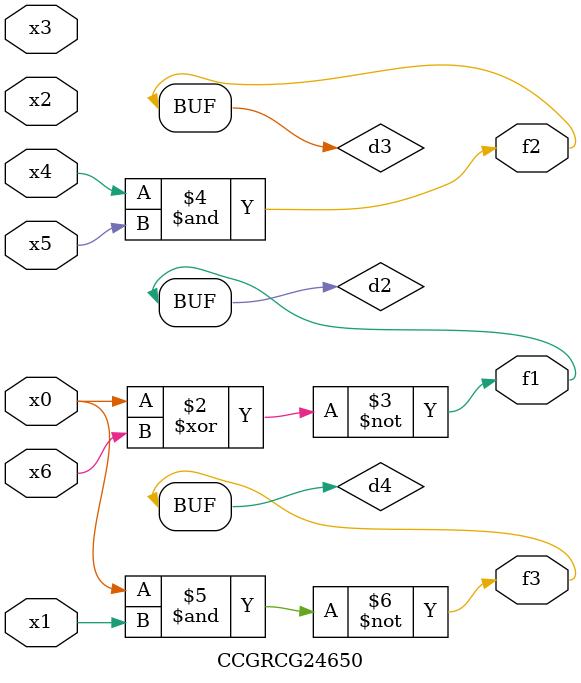
<source format=v>
module CCGRCG24650(
	input x0, x1, x2, x3, x4, x5, x6,
	output f1, f2, f3
);

	wire d1, d2, d3, d4;

	nor (d1, x0);
	xnor (d2, x0, x6);
	and (d3, x4, x5);
	nand (d4, x0, x1);
	assign f1 = d2;
	assign f2 = d3;
	assign f3 = d4;
endmodule

</source>
